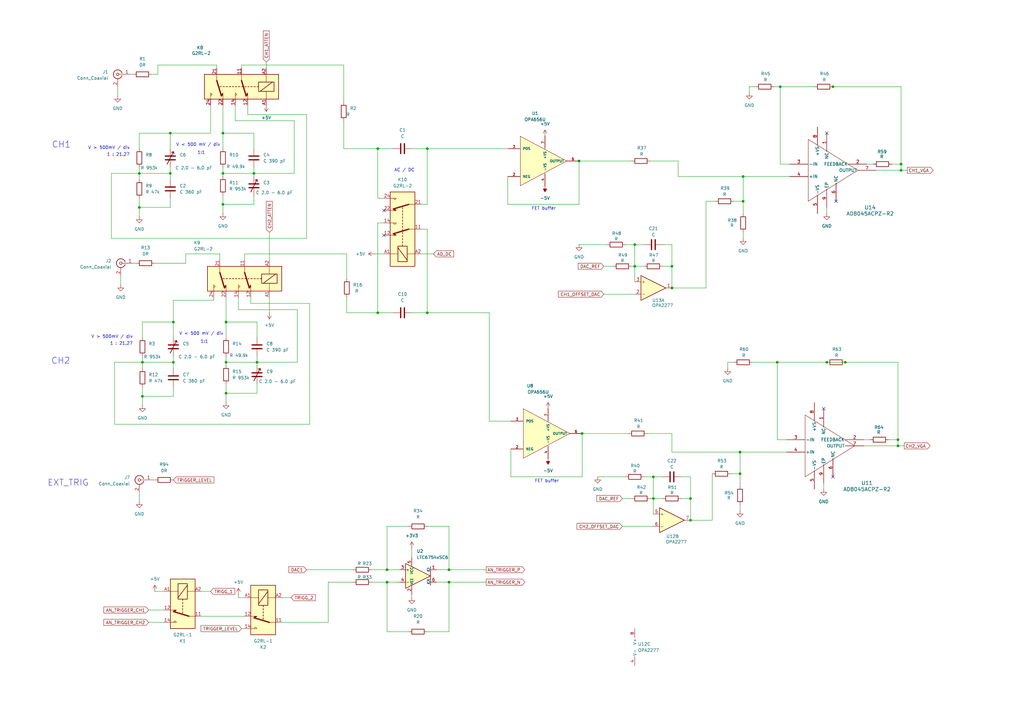
<source format=kicad_sch>
(kicad_sch (version 20250114) (generator "eeschema") (generator_version "9.0")
  (paper "A3")
  (lib_symbols
    (symbol "AD8045ACPZ-R2_1" (pin_names (offset 0.254))
      (property "Reference" "U14" (at 17.78 -15.24 0))
      (property "Value" "AD8045ACPZ-R2" (at 17.78 -17.78 0))
      (symbol "AD8045ACPZ-R2_1_0_1"
        (pin unspecified line (at -15.24 2.54 0) (length 7.62) (name "-IN") (number "3"))
        (pin unspecified line (at -15.24 -2.54 0) (length 7.62) (name "+IN") (number "4"))
        (pin power_in line (at -3.81 17.78 270) (length 7.62) (name "+VS") (number "8"))
        (pin power_in line (at -3.81 -17.78 90) (length 7.62) (name "-VS") (number "5"))
        (pin unspecified line (at 0 15.24 270) (length 7.62) (name "NC") (number "1"))
        (pin unspecified line (at 0 -15.24 90) (length 7.62) (name "EP") (number "9"))
        (pin unspecified line (at 3.81 -12.7 90) (length 7.62) (name "NC") (number "6"))
        (pin unspecified line (at 16.51 2.54 180) (length 7.62) (name "FEEDBACK") (number "2"))
        (pin unspecified line (at 16.51 0 180) (length 7.62) (name "OUTPUT") (number "7"))
      )
    )
    (symbol "AD8045ACPZ-R2_2" (pin_names (offset 0.254))
      (property "Reference" "U14" (at 17.78 -15.24 0))
      (property "Value" "AD8045ACPZ-R2" (at 17.78 -17.78 0))
      (symbol "AD8045ACPZ-R2_2_0_1"
        (pin unspecified line (at -15.24 2.54 0) (length 7.62) (name "-IN") (number "3"))
        (pin unspecified line (at -15.24 -2.54 0) (length 7.62) (name "+IN") (number "4"))
        (pin power_in line (at -3.81 17.78 270) (length 7.62) (name "+VS") (number "8"))
        (pin power_in line (at -3.81 -17.78 90) (length 7.62) (name "-VS") (number "5"))
        (pin unspecified line (at 0 15.24 270) (length 7.62) (name "NC") (number "1"))
        (pin unspecified line (at 0 -15.24 90) (length 7.62) (name "EP") (number "9"))
        (pin unspecified line (at 3.81 -12.7 90) (length 7.62) (name "NC") (number "6"))
        (pin unspecified line (at 16.51 2.54 180) (length 7.62) (name "FEEDBACK") (number "2"))
        (pin unspecified line (at 20.32 0 180) (length 7.62) (name "OUTPUT") (number "7"))
      )
    )
    (symbol "Amplifier_Operational:OPA2277" (pin_names (offset 0.127))
      (property "Reference" "U" (at 0 5.08 0))
      (property "Value" "OPA2277" (at 0 -5.08 0))
      (symbol "OPA2277_1_1"
        (pin input line (at -7.62 2.54 0) (length 2.54) (name "+") (number "3"))
        (pin input line (at -7.62 -2.54 0) (length 2.54) (name "-") (number "2"))
        (pin output line (at 7.62 0 180) (length 2.54) (name "~") (number "1"))
      )
      (symbol "OPA2277_2_1"
        (pin input line (at -7.62 2.54 0) (length 2.54) (name "+") (number "5"))
        (pin input line (at -7.62 -2.54 0) (length 2.54) (name "-") (number "6"))
        (pin output line (at 7.62 0 180) (length 2.54) (name "~") (number "7"))
      )
      (symbol "OPA2277_3_1"
        (pin power_in line (at -2.54 7.62 270) (length 3.81) (name "V+") (number "8"))
        (pin power_in line (at -2.54 -7.62 90) (length 3.81) (name "V-") (number "4"))
      )
    )
    (symbol "Comparator:LTC6754xSC6" (pin_names (offset 0.127))
      (property "Reference" "U" (at 1.27 -7.62 0))
      (property "Value" "LTC6754xSC6" (at 1.27 -5.08 0))
      (symbol "LTC6754xSC6_1_1"
        (pin input line (at -7.62 2.54 0) (length 2.54) (name "+") (number "3"))
        (pin input line (at -7.62 -2.54 0) (length 2.54) (name "-") (number "4"))
        (pin power_in line (at -2.54 7.62 270) (length 3.81) (name "VCC") (number "5"))
        (pin power_in line (at -2.54 -7.62 90) (length 3.81) (name "VEE") (number "2"))
        (pin output line (at 7.62 2.54 180) (length 2.54) (name "Q") (number "1"))
        (pin output line (at 7.62 -2.54 180) (length 2.54) (name "~{Q}") (number "6"))
      )
    )
    (symbol "Connector:Conn_Coaxial" (pin_names (offset 1.016) (hide yes))
      (property "Reference" "J" (at 0.254 3.048 0))
      (property "Value" "Conn_Coaxial" (at 2.921 0 90))
      (symbol "Conn_Coaxial_1_1"
        (pin passive line (at -5.08 0 0) (length 2.54) (name "In") (number "1"))
        (pin passive line (at 0 -5.08 90) (length 2.54) (name "Ext") (number "2"))
      )
    )
    (symbol "Device:C" (pin_numbers (hide yes)) (pin_names (offset 0.254))
      (property "Reference" "C" (at 0.635 2.54 0))
      (property "Value" "C" (at 0.635 -2.54 0))
      (symbol "C_1_1"
        (pin passive line (at 0 3.81 270) (length 2.794) (name "~") (number "1"))
        (pin passive line (at 0 -3.81 90) (length 2.794) (name "~") (number "2"))
      )
    )
    (symbol "Device:C_Variable" (pin_numbers (hide yes)) (pin_names (offset 0.254) (hide yes))
      (property "Reference" "C" (at 0.635 -1.905 0))
      (property "Value" "C_Variable" (at 0.635 -3.81 0))
      (symbol "C_Variable_1_1"
        (pin passive line (at 0 3.81 270) (length 3.048) (name "~") (number "1"))
        (pin passive line (at 0 -3.81 90) (length 3.048) (name "~") (number "2"))
      )
    )
    (symbol "Device:R" (pin_numbers (hide yes)) (pin_names (offset 0))
      (property "Reference" "R" (at 2.032 0 90))
      (property "Value" "R" (at 0 0 90))
      (symbol "R_1_1"
        (pin passive line (at 0 3.81 270) (length 1.27) (name "~") (number "1"))
        (pin passive line (at 0 -3.81 90) (length 1.27) (name "~") (number "2"))
      )
    )
    (symbol "OPA656U:OPA656U" (pin_names (offset 1.016))
      (property "Reference" "U1" (at -0.254 19.558 0))
      (property "Value" "OPA656U" (at -0.254 17.018 0))
      (symbol "OPA656U_0_0"
        (pin input line (at -11.43 5.08 0) (length 5.08) (name "POS") (number "3"))
        (pin input line (at -11.43 -6.35 0) (length 5.08) (name "NEG") (number "2"))
        (pin power_in line (at 3.81 10.16 270) (length 5.08) (name "+VS") (number "7"))
        (pin power_in line (at 3.81 -10.16 90) (length 5.08) (name "-VS") (number "4"))
        (pin output line (at 17.78 0 180) (length 5.08) (name "OUTPUT") (number "6"))
      )
    )
    (symbol "Relay:G2RL-1"
      (property "Reference" "K" (at 11.43 3.81 0))
      (property "Value" "G2RL-1" (at 11.43 1.27 0))
      (symbol "G2RL-1_1_1"
        (pin passive line (at -5.08 7.62 270) (length 2.54) (name "~") (number "A1"))
        (pin passive line (at -5.08 -7.62 90) (length 2.54) (name "~") (number "A2"))
        (pin passive line (at 2.54 7.62 270) (length 2.54) (name "~") (number "12"))
        (pin passive line (at 5.08 -7.62 90) (length 2.54) (name "~") (number "11"))
        (pin passive line (at 7.62 7.62 270) (length 2.54) (name "~") (number "14"))
      )
    )
    (symbol "Relay:G2RL-2"
      (property "Reference" "K" (at 16.51 3.81 0))
      (property "Value" "G2RL-2" (at 16.51 1.27 0))
      (symbol "G2RL-2_1_1"
        (pin passive line (at -10.16 7.62 270) (length 2.54) (name "~") (number "A1"))
        (pin passive line (at -10.16 -7.62 90) (length 2.54) (name "~") (number "A2"))
        (pin passive line (at -2.54 7.62 270) (length 2.54) (name "~") (number "12"))
        (pin passive line (at 0 -7.62 90) (length 2.54) (name "~") (number "11"))
        (pin passive line (at 2.54 7.62 270) (length 2.54) (name "~") (number "14"))
        (pin passive line (at 7.62 7.62 270) (length 2.54) (name "~") (number "22"))
        (pin passive line (at 10.16 -7.62 90) (length 2.54) (name "~") (number "21"))
        (pin passive line (at 12.7 7.62 270) (length 2.54) (name "~") (number "24"))
      )
    )
    (symbol "power:+3V3" (power) (pin_numbers (hide yes)) (pin_names (offset 0) (hide yes))
      (property "Value" "+3V3" (at 0 3.556 0))
      (symbol "+3V3_1_1"
        (pin power_in line (at 0 0 90) (length 0) (name "~") (number "1"))
      )
    )
    (symbol "power:+5V" (power) (pin_numbers (hide yes)) (pin_names (offset 0) (hide yes))
      (property "Value" "+5V" (at 0 3.556 0))
      (symbol "+5V_1_1"
        (pin power_in line (at 0 0 90) (length 0) (name "~") (number "1"))
      )
    )
    (symbol "power:-5V" (power) (pin_numbers (hide yes)) (pin_names (offset 0) (hide yes))
      (property "Value" "-5V" (at 0 3.556 0))
      (symbol "-5V_0_0"
        (pin power_in line (at 0 0 90) (length 0) (name "~") (number "1"))
      )
    )
    (symbol "power:GND" (power) (pin_numbers (hide yes)) (pin_names (offset 0) (hide yes))
      (property "Value" "GND" (at 0 -3.81 0))
      (symbol "GND_1_1"
        (pin power_in line (at 0 0 270) (length 0) (name "~") (number "1"))
      )
    )
  )
  (text "V < 500 mV / div" (at 82.55 136.906 0) (effects (font (size 1.27 1.27))))
  (text "CH2" (at 24.892 148.082 0) (effects (font (size 2.54 2.54))))
  (text "1:1" (at 83.82 140.208 0) (effects (font (size 1.27 1.27))))
  (text "1:1" (at 82.55 62.738 0) (effects (font (size 1.27 1.27))))
  (text "V < 500 mV / div" (at 81.28 59.436 0) (effects (font (size 1.27 1.27))))
  (text "CH1\n" (at 25.146 59.436 0) (effects (font (size 2.54 2.54))))
  (text "V > 500mV / div" (at 45.974 138.176 0) (effects (font (size 1.27 1.27))))
  (text "FET buffer" (at 224.282 197.358 0) (effects (font (size 1.27 1.27))))
  (text "V > 500mV / div" (at 44.704 60.706 0) (effects (font (size 1.27 1.27))))
  (text "1 : 21.27" (at 49.784 140.97 0) (effects (font (size 1.27 1.27))))
  (text "FET buffer" (at 223.012 85.598 0) (effects (font (size 1.27 1.27))))
  (text "1 : 21.27" (at 48.514 63.5 0) (effects (font (size 1.27 1.27))))
  (text "AC / DC" (at 165.862 69.85 0) (effects (font (size 1.27 1.27))))
  (text "EXT_TRIG" (at 27.94 198.12 0) (effects (font (size 2.54 2.54))))
  (junction (at 275.59 118.11))
  (junction (at 339.09 148.59))
  (junction (at 58.42 162.56))
  (junction (at 303.53 185.42))
  (junction (at 158.75 233.68))
  (junction (at 57.15 71.12))
  (junction (at 318.77 148.59))
  (junction (at 105.41 148.59))
  (junction (at 368.3 182.88))
  (junction (at 71.12 148.59))
  (junction (at 91.44 54.61))
  (junction (at 275.59 109.22))
  (junction (at 260.35 109.22))
  (junction (at 184.15 233.68))
  (junction (at 69.85 71.12))
  (junction (at 237.49 66.04))
  (junction (at 283.21 204.47))
  (junction (at 92.71 161.29))
  (junction (at 368.3 180.34))
  (junction (at 154.94 128.27))
  (junction (at 238.76 177.8))
  (junction (at 260.35 100.33))
  (junction (at 369.57 69.85))
  (junction (at 57.15 85.09))
  (junction (at 184.15 238.76))
  (junction (at 304.8 72.39))
  (junction (at 320.04 35.56))
  (junction (at 104.14 71.12))
  (junction (at 346.71 148.59))
  (junction (at 341.63 35.56))
  (junction (at 175.26 128.27))
  (junction (at 69.85 54.61))
  (junction (at 91.44 83.82))
  (junction (at 71.12 132.08))
  (junction (at 158.75 238.76))
  (junction (at 303.53 194.31))
  (junction (at 58.42 148.59))
  (junction (at 91.44 71.12))
  (junction (at 369.57 67.31))
  (junction (at 267.97 204.47))
  (junction (at 267.97 195.58))
  (junction (at 283.21 213.36))
  (junction (at 304.8 82.55))
  (junction (at 175.26 60.96))
  (junction (at 154.94 60.96))
  (junction (at 92.71 148.59))
  (junction (at 92.71 132.08))
  (no_connect (at 157.48 86.36))
  (no_connect (at 342.9 82.55))
  (no_connect (at 157.48 96.52))
  (no_connect (at 341.63 195.58))
  (no_connect (at 339.09 54.61))
  (no_connect (at 337.82 167.64))
  (wire (pts (xy 168.91 224.79) (xy 168.91 228.6)))
  (wire (pts (xy 304.8 72.39) (xy 323.85 72.39)))
  (wire (pts (xy 82.55 252.73) (xy 100.33 252.73)))
  (wire (pts (xy 177.8 104.14) (xy 172.72 104.14)))
  (wire (pts (xy 57.15 81.28) (xy 57.15 85.09)))
  (wire (pts (xy 208.28 83.82) (xy 208.28 72.39)))
  (wire (pts (xy 154.94 128.27) (xy 161.29 128.27)))
  (wire (pts (xy 76.2 104.14) (xy 90.17 104.14)))
  (wire (pts (xy 247.65 120.65) (xy 260.35 120.65)))
  (wire (pts (xy 91.44 43.18) (xy 91.44 54.61)))
  (wire (pts (xy 255.27 204.47) (xy 259.08 204.47)))
  (wire (pts (xy 58.42 148.59) (xy 46.99 148.59)))
  (wire (pts (xy 175.26 259.08) (xy 184.15 259.08)))
  (wire (pts (xy 92.71 148.59) (xy 92.71 149.86)))
  (wire (pts (xy 320.04 35.56) (xy 320.04 67.31)))
  (wire (pts (xy 92.71 148.59) (xy 105.41 148.59)))
  (wire (pts (xy 283.21 213.36) (xy 283.21 204.47)))
  (wire (pts (xy 346.71 148.59) (xy 368.3 148.59)))
  (wire (pts (xy 119.38 245.11) (xy 115.57 245.11)))
  (wire (pts (xy 300.99 82.55) (xy 304.8 82.55)))
  (wire (pts (xy 303.53 185.42) (xy 322.58 185.42)))
  (wire (pts (xy 265.43 177.8) (xy 275.59 177.8)))
  (wire (pts (xy 90.17 104.14) (xy 90.17 106.68)))
  (wire (pts (xy 275.59 109.22) (xy 271.78 109.22)))
  (wire (pts (xy 88.9 26.67) (xy 88.9 27.94)))
  (wire (pts (xy 245.11 195.58) (xy 256.54 195.58)))
  (wire (pts (xy 167.64 259.08) (xy 158.75 259.08)))
  (wire (pts (xy 63.5 107.95) (xy 76.2 107.95)))
  (wire (pts (xy 304.8 87.63) (xy 304.8 82.55)))
  (wire (pts (xy 58.42 158.75) (xy 58.42 162.56)))
  (wire (pts (xy 307.34 35.56) (xy 309.88 35.56)))
  (wire (pts (xy 275.59 100.33) (xy 275.59 109.22)))
  (wire (pts (xy 266.7 204.47) (xy 267.97 204.47)))
  (wire (pts (xy 97.79 243.84) (xy 97.79 245.11)))
  (wire (pts (xy 299.72 194.31) (xy 303.53 194.31)))
  (wire (pts (xy 45.72 97.79) (xy 125.73 97.79)))
  (wire (pts (xy 317.5 35.56) (xy 320.04 35.56)))
  (wire (pts (xy 271.78 100.33) (xy 275.59 100.33)))
  (wire (pts (xy 140.97 60.96) (xy 154.94 60.96)))
  (wire (pts (xy 142.24 104.14) (xy 142.24 114.3)))
  (wire (pts (xy 91.44 83.82) (xy 104.14 83.82)))
  (wire (pts (xy 200.66 172.72) (xy 209.55 172.72)))
  (wire (pts (xy 303.53 207.01) (xy 303.53 209.55)))
  (wire (pts (xy 255.27 215.9) (xy 267.97 215.9)))
  (wire (pts (xy 184.15 259.08) (xy 184.15 238.76)))
  (wire (pts (xy 303.53 185.42) (xy 275.59 185.42)))
  (wire (pts (xy 200.66 128.27) (xy 175.26 128.27)))
  (wire (pts (xy 298.45 148.59) (xy 298.45 151.13)))
  (wire (pts (xy 283.21 195.58) (xy 283.21 204.47)))
  (wire (pts (xy 45.72 71.12) (xy 45.72 97.79)))
  (wire (pts (xy 341.63 35.56) (xy 369.57 35.56)))
  (wire (pts (xy 260.35 100.33) (xy 260.35 109.22)))
  (wire (pts (xy 267.97 195.58) (xy 267.97 204.47)))
  (wire (pts (xy 46.99 173.99) (xy 127 173.99)))
  (wire (pts (xy 364.49 180.34) (xy 368.3 180.34)))
  (wire (pts (xy 303.53 185.42) (xy 303.53 194.31)))
  (wire (pts (xy 69.85 85.09) (xy 69.85 81.28)))
  (wire (pts (xy 57.15 71.12) (xy 57.15 73.66)))
  (wire (pts (xy 168.91 128.27) (xy 175.26 128.27)))
  (wire (pts (xy 369.57 35.56) (xy 369.57 67.31)))
  (wire (pts (xy 318.77 148.59) (xy 339.09 148.59)))
  (wire (pts (xy 99.06 26.67) (xy 140.97 26.67)))
  (wire (pts (xy 354.33 182.88) (xy 368.3 182.88)))
  (wire (pts (xy 154.94 91.44) (xy 154.94 128.27)))
  (wire (pts (xy 266.7 66.04) (xy 278.13 66.04)))
  (wire (pts (xy 96.52 49.53) (xy 120.65 49.53)))
  (wire (pts (xy 60.96 250.19) (xy 67.31 250.19)))
  (wire (pts (xy 209.55 195.58) (xy 209.55 184.15)))
  (wire (pts (xy 115.57 255.27) (xy 134.62 255.27)))
  (wire (pts (xy 96.52 43.18) (xy 96.52 49.53)))
  (wire (pts (xy 97.79 127) (xy 121.92 127)))
  (wire (pts (xy 337.82 198.12) (xy 337.82 200.66)))
  (wire (pts (xy 57.15 68.58) (xy 57.15 71.12)))
  (wire (pts (xy 237.49 100.33) (xy 248.92 100.33)))
  (wire (pts (xy 184.15 233.68) (xy 199.39 233.68)))
  (wire (pts (xy 199.39 238.76) (xy 184.15 238.76)))
  (wire (pts (xy 259.08 109.22) (xy 260.35 109.22)))
  (wire (pts (xy 69.85 68.58) (xy 69.85 71.12)))
  (wire (pts (xy 175.26 60.96) (xy 208.28 60.96)))
  (wire (pts (xy 134.62 255.27) (xy 134.62 238.76)))
  (wire (pts (xy 283.21 204.47) (xy 279.4 204.47)))
  (wire (pts (xy 237.49 66.04) (xy 259.08 66.04)))
  (wire (pts (xy 99.06 257.81) (xy 100.33 257.81)))
  (wire (pts (xy 238.76 195.58) (xy 238.76 177.8)))
  (wire (pts (xy 304.8 72.39) (xy 304.8 82.55)))
  (wire (pts (xy 121.92 127) (xy 121.92 148.59)))
  (wire (pts (xy 339.09 85.09) (xy 339.09 87.63)))
  (wire (pts (xy 365.76 67.31) (xy 369.57 67.31)))
  (wire (pts (xy 71.12 123.19) (xy 71.12 132.08)))
  (wire (pts (xy 209.55 195.58) (xy 238.76 195.58)))
  (wire (pts (xy 60.96 255.27) (xy 67.31 255.27)))
  (wire (pts (xy 320.04 35.56) (xy 334.01 35.56)))
  (wire (pts (xy 100.33 104.14) (xy 142.24 104.14)))
  (wire (pts (xy 298.45 148.59) (xy 300.99 148.59)))
  (wire (pts (xy 289.56 82.55) (xy 293.37 82.55)))
  (wire (pts (xy 48.26 35.56) (xy 48.26 39.37)))
  (wire (pts (xy 318.77 180.34) (xy 322.58 180.34)))
  (wire (pts (xy 92.71 157.48) (xy 92.71 161.29)))
  (wire (pts (xy 87.63 123.19) (xy 71.12 123.19)))
  (wire (pts (xy 102.87 124.46) (xy 127 124.46)))
  (wire (pts (xy 104.14 71.12) (xy 104.14 72.39)))
  (wire (pts (xy 92.71 132.08) (xy 92.71 138.43)))
  (wire (pts (xy 175.26 215.9) (xy 184.15 215.9)))
  (wire (pts (xy 92.71 121.92) (xy 92.71 132.08)))
  (wire (pts (xy 303.53 194.31) (xy 303.53 199.39)))
  (wire (pts (xy 260.35 109.22) (xy 264.16 109.22)))
  (wire (pts (xy 200.66 172.72) (xy 200.66 128.27)))
  (wire (pts (xy 140.97 26.67) (xy 140.97 41.91)))
  (wire (pts (xy 63.5 242.57) (xy 67.31 242.57)))
  (wire (pts (xy 158.75 238.76) (xy 163.83 238.76)))
  (wire (pts (xy 58.42 132.08) (xy 71.12 132.08)))
  (wire (pts (xy 91.44 71.12) (xy 104.14 71.12)))
  (wire (pts (xy 340.36 35.56) (xy 341.63 35.56)))
  (wire (pts (xy 58.42 148.59) (xy 58.42 151.13)))
  (wire (pts (xy 57.15 54.61) (xy 57.15 60.96)))
  (wire (pts (xy 264.16 195.58) (xy 267.97 195.58)))
  (wire (pts (xy 278.13 72.39) (xy 278.13 66.04)))
  (wire (pts (xy 57.15 71.12) (xy 69.85 71.12)))
  (wire (pts (xy 76.2 107.95) (xy 76.2 104.14)))
  (wire (pts (xy 104.14 60.96) (xy 104.14 54.61)))
  (wire (pts (xy 153.67 104.14) (xy 157.48 104.14)))
  (wire (pts (xy 356.87 180.34) (xy 354.33 180.34)))
  (wire (pts (xy 99.06 27.94) (xy 99.06 26.67)))
  (wire (pts (xy 58.42 146.05) (xy 58.42 148.59)))
  (wire (pts (xy 368.3 148.59) (xy 368.3 180.34)))
  (wire (pts (xy 58.42 162.56) (xy 71.12 162.56)))
  (wire (pts (xy 157.48 81.28) (xy 154.94 81.28)))
  (wire (pts (xy 104.14 71.12) (xy 120.65 71.12)))
  (wire (pts (xy 91.44 68.58) (xy 91.44 71.12)))
  (wire (pts (xy 71.12 132.08) (xy 71.12 138.43)))
  (wire (pts (xy 168.91 245.11) (xy 168.91 243.84)))
  (wire (pts (xy 184.15 215.9) (xy 184.15 233.68)))
  (wire (pts (xy 69.85 54.61) (xy 86.36 54.61)))
  (wire (pts (xy 158.75 259.08) (xy 158.75 238.76)))
  (wire (pts (xy 125.73 46.99) (xy 125.73 97.79)))
  (wire (pts (xy 101.6 43.18) (xy 101.6 46.99)))
  (wire (pts (xy 275.59 118.11) (xy 275.59 109.22)))
  (wire (pts (xy 57.15 54.61) (xy 69.85 54.61)))
  (wire (pts (xy 260.35 109.22) (xy 260.35 115.57)))
  (wire (pts (xy 62.23 196.85) (xy 63.5 196.85)))
  (wire (pts (xy 109.22 25.4) (xy 109.22 27.94)))
  (wire (pts (xy 105.41 138.43) (xy 105.41 132.08)))
  (wire (pts (xy 359.41 69.85) (xy 369.57 69.85)))
  (wire (pts (xy 275.59 118.11) (xy 289.56 118.11)))
  (wire (pts (xy 64.77 30.48) (xy 62.23 30.48)))
  (wire (pts (xy 208.28 83.82) (xy 237.49 83.82)))
  (wire (pts (xy 91.44 54.61) (xy 91.44 60.96)))
  (wire (pts (xy 152.4 233.68) (xy 158.75 233.68)))
  (wire (pts (xy 110.49 121.92) (xy 110.49 128.27)))
  (wire (pts (xy 105.41 132.08) (xy 92.71 132.08)))
  (wire (pts (xy 175.26 83.82) (xy 172.72 83.82)))
  (wire (pts (xy 87.63 121.92) (xy 87.63 123.19)))
  (wire (pts (xy 154.94 60.96) (xy 161.29 60.96)))
  (wire (pts (xy 58.42 132.08) (xy 58.42 138.43)))
  (wire (pts (xy 105.41 148.59) (xy 105.41 149.86)))
  (wire (pts (xy 125.73 233.68) (xy 144.78 233.68)))
  (wire (pts (xy 46.99 148.59) (xy 46.99 173.99)))
  (wire (pts (xy 134.62 238.76) (xy 144.78 238.76)))
  (wire (pts (xy 58.42 162.56) (xy 58.42 166.37)))
  (wire (pts (xy 57.15 85.09) (xy 57.15 88.9)))
  (wire (pts (xy 154.94 81.28) (xy 154.94 60.96)))
  (wire (pts (xy 127 124.46) (xy 127 173.99)))
  (wire (pts (xy 289.56 118.11) (xy 289.56 82.55)))
  (wire (pts (xy 267.97 195.58) (xy 271.78 195.58)))
  (wire (pts (xy 104.14 54.61) (xy 91.44 54.61)))
  (wire (pts (xy 58.42 148.59) (xy 71.12 148.59)))
  (wire (pts (xy 69.85 54.61) (xy 69.85 60.96)))
  (wire (pts (xy 92.71 146.05) (xy 92.71 148.59)))
  (wire (pts (xy 260.35 100.33) (xy 264.16 100.33)))
  (wire (pts (xy 275.59 185.42) (xy 275.59 177.8)))
  (wire (pts (xy 267.97 204.47) (xy 267.97 210.82)))
  (wire (pts (xy 292.1 194.31) (xy 292.1 213.36)))
  (wire (pts (xy 279.4 195.58) (xy 283.21 195.58)))
  (wire (pts (xy 54.61 107.95) (xy 55.88 107.95)))
  (wire (pts (xy 320.04 67.31) (xy 323.85 67.31)))
  (wire (pts (xy 292.1 213.36) (xy 283.21 213.36)))
  (wire (pts (xy 57.15 71.12) (xy 45.72 71.12)))
  (wire (pts (xy 152.4 238.76) (xy 158.75 238.76)))
  (wire (pts (xy 167.64 215.9) (xy 158.75 215.9)))
  (wire (pts (xy 358.14 67.31) (xy 355.6 67.31)))
  (wire (pts (xy 91.44 71.12) (xy 91.44 72.39)))
  (wire (pts (xy 179.07 233.68) (xy 184.15 233.68)))
  (wire (pts (xy 110.49 95.25) (xy 110.49 106.68)))
  (wire (pts (xy 120.65 49.53) (xy 120.65 71.12)))
  (wire (pts (xy 307.34 38.1) (xy 307.34 35.56)))
  (wire (pts (xy 100.33 106.68) (xy 100.33 104.14)))
  (wire (pts (xy 304.8 72.39) (xy 278.13 72.39)))
  (wire (pts (xy 105.41 157.48) (xy 105.41 161.29)))
  (wire (pts (xy 91.44 80.01) (xy 91.44 83.82)))
  (wire (pts (xy 86.36 242.57) (xy 82.55 242.57)))
  (wire (pts (xy 64.77 26.67) (xy 64.77 30.48)))
  (wire (pts (xy 71.12 148.59) (xy 71.12 151.13)))
  (wire (pts (xy 71.12 162.56) (xy 71.12 158.75)))
  (wire (pts (xy 97.79 245.11) (xy 100.33 245.11)))
  (wire (pts (xy 158.75 233.68) (xy 163.83 233.68)))
  (wire (pts (xy 104.14 80.01) (xy 104.14 83.82)))
  (wire (pts (xy 369.57 67.31) (xy 369.57 69.85)))
  (wire (pts (xy 92.71 161.29) (xy 105.41 161.29)))
  (wire (pts (xy 267.97 204.47) (xy 271.78 204.47)))
  (wire (pts (xy 339.09 148.59) (xy 346.71 148.59)))
  (wire (pts (xy 368.3 180.34) (xy 368.3 182.88)))
  (wire (pts (xy 308.61 148.59) (xy 318.77 148.59)))
  (wire (pts (xy 238.76 177.8) (xy 257.81 177.8)))
  (wire (pts (xy 172.72 93.98) (xy 175.26 93.98)))
  (wire (pts (xy 175.26 93.98) (xy 175.26 128.27)))
  (wire (pts (xy 97.79 121.92) (xy 97.79 127)))
  (wire (pts (xy 184.15 238.76) (xy 179.07 238.76)))
  (wire (pts (xy 372.11 69.85) (xy 369.57 69.85)))
  (wire (pts (xy 158.75 215.9) (xy 158.75 233.68)))
  (wire (pts (xy 142.24 128.27) (xy 154.94 128.27)))
  (wire (pts (xy 104.14 68.58) (xy 104.14 71.12)))
  (wire (pts (xy 175.26 60.96) (xy 175.26 83.82)))
  (wire (pts (xy 91.44 83.82) (xy 91.44 87.63)))
  (wire (pts (xy 69.85 71.12) (xy 69.85 73.66)))
  (wire (pts (xy 237.49 83.82) (xy 237.49 66.04)))
  (wire (pts (xy 105.41 148.59) (xy 121.92 148.59)))
  (wire (pts (xy 71.12 146.05) (xy 71.12 148.59)))
  (wire (pts (xy 236.22 177.8) (xy 238.76 177.8)))
  (wire (pts (xy 142.24 128.27) (xy 142.24 121.92)))
  (wire (pts (xy 86.36 54.61) (xy 86.36 43.18)))
  (wire (pts (xy 304.8 95.25) (xy 304.8 97.79)))
  (wire (pts (xy 57.15 201.93) (xy 57.15 205.74)))
  (wire (pts (xy 102.87 121.92) (xy 102.87 124.46)))
  (wire (pts (xy 53.34 30.48) (xy 54.61 30.48)))
  (wire (pts (xy 105.41 146.05) (xy 105.41 148.59)))
  (wire (pts (xy 92.71 161.29) (xy 92.71 165.1)))
  (wire (pts (xy 247.65 109.22) (xy 251.46 109.22)))
  (wire (pts (xy 318.77 148.59) (xy 318.77 180.34)))
  (wire (pts (xy 57.15 85.09) (xy 69.85 85.09)))
  (wire (pts (xy 168.91 60.96) (xy 175.26 60.96)))
  (wire (pts (xy 101.6 46.99) (xy 125.73 46.99)))
  (wire (pts (xy 157.48 91.44) (xy 154.94 91.44)))
  (wire (pts (xy 370.84 182.88) (xy 368.3 182.88)))
  (wire (pts (xy 140.97 49.53) (xy 140.97 60.96)))
  (wire (pts (xy 49.53 113.03) (xy 49.53 116.84)))
  (wire (pts (xy 64.77 26.67) (xy 88.9 26.67)))
  (wire (pts (xy 256.54 100.33) (xy 260.35 100.33)))
  (global_label "CH2_ATTEN" (shape input) (at 110.49 95.25 90) (property "Intersheetrefs" "${INTERSHEET_REFS}" (effects (hide yes))))
  (global_label "TRIGG_1" (shape input) (at 86.36 242.57 0) (property "Intersheetrefs" "${INTERSHEET_REFS}" (effects (hide yes))))
  (global_label "TRIGGER_LEVEL" (shape input) (at 71.12 196.85 0) (property "Intersheetrefs" "${INTERSHEET_REFS}" (effects (hide yes))))
  (global_label "AN_TRIGGER_CH2" (shape input) (at 60.96 255.27 180) (property "Intersheetrefs" "${INTERSHEET_REFS}" (effects (hide yes))))
  (global_label "DAC_REF" (shape input) (at 247.65 109.22 180) (property "Intersheetrefs" "${INTERSHEET_REFS}" (effects (hide yes))))
  (global_label "CH1_ATTEN" (shape input) (at 109.22 25.4 90) (property "Intersheetrefs" "${INTERSHEET_REFS}" (effects (hide yes))))
  (global_label "CH2_OFFSET_DAC" (shape input) (at 255.27 215.9 180) (property "Intersheetrefs" "${INTERSHEET_REFS}" (effects (hide yes))))
  (global_label "AN_TRIGGER_P" (shape output) (at 199.39 233.68 0) (property "Intersheetrefs" "${INTERSHEET_REFS}" (effects (hide yes))))
  (global_label "CH2_VGA" (shape output) (at 370.84 182.88 0) (property "Intersheetrefs" "${INTERSHEET_REFS}" (effects (hide yes))))
  (global_label "CH1_VGA" (shape output) (at 372.11 69.85 0) (property "Intersheetrefs" "${INTERSHEET_REFS}" (effects (hide yes))))
  (global_label "CH1_OFFSET_DAC" (shape input) (at 247.65 120.65 180) (property "Intersheetrefs" "${INTERSHEET_REFS}" (effects (hide yes))))
  (global_label "AN_TRIGGER_N" (shape output) (at 199.39 238.76 0) (property "Intersheetrefs" "${INTERSHEET_REFS}" (effects (hide yes))))
  (global_label "TRIGG_2" (shape input) (at 119.38 245.11 0) (property "Intersheetrefs" "${INTERSHEET_REFS}" (effects (hide yes))))
  (global_label "DAC_REF" (shape input) (at 255.27 204.47 180) (property "Intersheetrefs" "${INTERSHEET_REFS}" (effects (hide yes))))
  (global_label "AD_DC" (shape input) (at 177.8 104.14 0) (property "Intersheetrefs" "${INTERSHEET_REFS}" (effects (hide yes))))
  (global_label "AN_TRIGGER_CH1" (shape input) (at 60.96 250.19 180) (property "Intersheetrefs" "${INTERSHEET_REFS}" (effects (hide yes))))
  (global_label "DAC1" (shape input) (at 125.73 233.68 180) (property "Intersheetrefs" "${INTERSHEET_REFS}" (effects (hide yes))))
  (global_label "TRIGGER_LEVEL" (shape input) (at 99.06 257.81 180) (property "Intersheetrefs" "${INTERSHEET_REFS}" (effects (hide yes))))
  (symbol (lib_name "AD8045ACPZ-R2_2") (lib_id "2025-07-01_23-44-10:AD8045ACPZ-R2") (at 339.09 69.85 0) (unit 1)
    (property "Reference" "U14" (at 356.87 85.09 0) (effects (font (size 1.524 1.524))))
    (property "Value" "AD8045ACPZ-R2" (at 356.87 87.63 0) (effects (font (size 1.524 1.524))))
    (property "Footprint" "CP_8_2_ADI" (effects (hide yes)))
    (property "Datasheet" "AD8045ACPZ-R2" (effects (hide yes)))
  )
  (symbol (lib_id "Device:R") (at 261.62 177.8 90) (unit 1)
    (property "Reference" "R41" (at 263.906 172.466 90) (effects (justify left)))
    (property "Value" "R" (at 261.112 175.006 90) (effects (justify right)))
    (property "Description" "Resistor" (effects (hide yes)))
  )
  (symbol (lib_id "Device:R") (at 171.45 215.9 270) (mirror x) (unit 1)
    (property "Reference" "R34" (at 171.45 209.55 90))
    (property "Value" "R" (at 171.45 212.09 90))
    (property "Description" "Resistor" (effects (hide yes)))
  )
  (symbol (lib_id "Device:R") (at 58.42 154.94 0) (unit 1)
    (property "Reference" "R12" (at 60.96 153.6699 0) (effects (justify left)))
    (property "Value" "R 47k" (at 60.96 156.2099 0) (effects (justify left)))
    (property "Description" "Resistor" (effects (hide yes)))
  )
  (symbol (lib_id "power:GND") (at 303.53 209.55 0) (unit 1)
    (property "Reference" "#PWR043" (effects (hide yes)))
    (property "Value" "GND" (at 303.53 214.63 0))
    (property "Description" "Power symbol creates a global label with name \"GND\" , ground" (effects (hide yes)))
  )
  (symbol (lib_id "Connector:Conn_Coaxial") (at 49.53 107.95 0) (mirror y) (unit 1)
    (property "Reference" "J2" (at 45.72 106.9731 0) (effects (justify left)))
    (property "Value" "Conn_Coaxial" (at 45.72 109.5131 0) (effects (justify left)))
    (property "Footprint" "Connector_Coaxial:BNC_TEConnectivity_1478035_Horizontal" (effects (hide yes)))
    (property "Description" "coaxial connector (BNC, SMA, SMB, SMC, Cinch/RCA, LEMO, ...)" (effects (hide yes)))
  )
  (symbol (lib_id "Device:R") (at 304.8 91.44 180) (unit 1)
    (property "Reference" "R38" (at 302.26 90.424 0) (effects (justify left)))
    (property "Value" "R" (at 299.466 92.4559 0) (effects (justify right)))
    (property "Description" "Resistor" (effects (hide yes)))
  )
  (symbol (lib_id "Device:R") (at 313.69 35.56 90) (unit 1)
    (property "Reference" "R45" (at 315.976 30.226 90) (effects (justify left)))
    (property "Value" "R" (at 313.182 32.766 90) (effects (justify right)))
    (property "Description" "Resistor" (effects (hide yes)))
  )
  (symbol (lib_id "Device:R") (at 142.24 118.11 0) (unit 1)
    (property "Reference" "R16" (at 144.78 116.8399 0) (effects (justify left)))
    (property "Value" "R" (at 147.066 119.38 0) (effects (justify right)))
    (property "Description" "Resistor" (effects (hide yes)))
  )
  (symbol (lib_id "power:GND") (at 298.45 151.13 0) (unit 1)
    (property "Reference" "#PWR045" (effects (hide yes)))
    (property "Value" "GND" (at 298.45 156.21 0))
    (property "Description" "Power symbol creates a global label with name \"GND\" , ground" (effects (hide yes)))
  )
  (symbol (lib_id "power:+5V") (at 224.79 167.64 0) (unit 1)
    (property "Reference" "#PWR014" (effects (hide yes)))
    (property "Value" "+5V" (at 224.79 162.56 0))
    (property "Description" "Power symbol creates a global label with name \"+5V\"" (effects (hide yes)))
  )
  (symbol (lib_id "power:+5V") (at 97.79 243.84 0) (unit 1)
    (property "Reference" "#PWR0144" (effects (hide yes)))
    (property "Value" "+5V" (at 97.79 238.76 0))
    (property "Description" "Power symbol creates a global label with name \"+5V\"" (effects (hide yes)))
  )
  (symbol (lib_id "Connector:Conn_Coaxial") (at 57.15 196.85 0) (mirror y) (unit 1)
    (property "Reference" "J7" (at 53.34 195.8731 0) (effects (justify left)))
    (property "Value" "Conn_Coaxial" (at 53.34 198.4131 0) (effects (justify left)))
    (property "Footprint" "Connector_Coaxial:BNC_TEConnectivity_1478035_Horizontal" (effects (hide yes)))
    (property "Description" "coaxial connector (BNC, SMA, SMB, SMC, Cinch/RCA, LEMO, ...)" (effects (hide yes)))
  )
  (symbol (lib_id "Device:C") (at 104.14 64.77 0) (unit 1)
    (property "Reference" "C4" (at 107.95 63.4999 0) (effects (justify left)))
    (property "Value" "C 390 pF" (at 107.95 66.0399 0) (effects (justify left)))
    (property "Description" "Unpolarized capacitor" (effects (hide yes)))
  )
  (symbol (lib_id "Device:R") (at 295.91 194.31 270) (unit 1)
    (property "Reference" "R53" (at 294.132 188.976 90) (effects (justify left)))
    (property "Value" "R" (at 296.672 191.516 90) (effects (justify right)))
    (property "Description" "Resistor" (effects (hide yes)))
  )
  (symbol (lib_id "Device:R") (at 171.45 259.08 270) (mirror x) (unit 1)
    (property "Reference" "R20" (at 171.45 252.73 90))
    (property "Value" "R" (at 171.45 255.27 90))
    (property "Description" "Resistor" (effects (hide yes)))
  )
  (symbol (lib_id "Device:R") (at 148.59 238.76 270) (mirror x) (unit 1)
    (property "Reference" "R33" (at 150.622 236.728 90))
    (property "Value" "R" (at 147.32 236.728 90))
    (property "Description" "Resistor" (effects (hide yes)))
  )
  (symbol (lib_id "Device:R") (at 361.95 67.31 90) (unit 1)
    (property "Reference" "R59" (at 363.728 62.2301 90) (effects (justify left)))
    (property "Value" "R" (at 360.934 64.262 90) (effects (justify right)))
    (property "Description" "Resistor" (effects (hide yes)))
  )
  (symbol (lib_id "Device:R") (at 92.71 142.24 0) (unit 1)
    (property "Reference" "R14" (at 95.25 140.9699 0) (effects (justify left)))
    (property "Value" "R 49.9k" (at 101.854 145.796 0) (effects (justify right)))
    (property "Description" "Resistor" (effects (hide yes)))
  )
  (symbol (lib_id "Device:R") (at 360.68 180.34 90) (unit 1)
    (property "Reference" "R64" (at 362.458 175.2601 90) (effects (justify left)))
    (property "Value" "R" (at 359.664 177.292 90) (effects (justify right)))
    (property "Description" "Resistor" (effects (hide yes)))
  )
  (symbol (lib_id "power:-5V") (at 224.79 187.96 180) (unit 1)
    (property "Reference" "#PWR016" (effects (hide yes)))
    (property "Value" "-5V" (at 224.79 193.04 0))
    (property "Description" "Power symbol creates a global label with name \"-5V\"" (effects (hide yes)))
  )
  (symbol (lib_id "power:GND") (at 48.26 39.37 0) (unit 1)
    (property "Reference" "#PWR01" (effects (hide yes)))
    (property "Value" "GND" (at 48.26 44.45 0))
    (property "Description" "Power symbol creates a global label with name \"GND\" , ground" (effects (hide yes)))
  )
  (symbol (lib_id "OPA656U:OPA656U") (at 220.98 177.8 0) (unit 1)
    (property "Reference" "U8" (at 217.424 158.242 0))
    (property "Value" "OPA656U" (at 220.726 160.782 0))
    (property "Footprint" "OPA656U:SOIC127P599X175-8N" (effects (hide yes)))
    (property "MF" "Texas Instruments" (effects (hide yes)))
    (property "Description_1" "Wideband, Unity Gain Stable FET-Input Operational Amplifier" (effects (hide yes)))
    (property "Package" "SOIC-8 Texas Instruments" (effects (hide yes)))
    (property "Price" "None" (effects (hide yes)))
    (property "SnapEDA_Link" "https://www.snapeda.com/parts/OPA656U/Texas+Instruments/view-part/?ref=snap" (effects (hide yes)))
    (property "MP" "OPA656U" (effects (hide yes)))
    (property "Availability" "In Stock" (effects (hide yes)))
    (property "Check_prices" "https://www.snapeda.com/parts/OPA656U/Texas+Instruments/view-part/?ref=eda" (effects (hide yes)))
  )
  (symbol (lib_id "Device:R") (at 57.15 77.47 0) (unit 1)
    (property "Reference" "R9" (at 59.69 76.1999 0) (effects (justify left)))
    (property "Value" "R 47k" (at 59.69 78.7399 0) (effects (justify left)))
    (property "Description" "Resistor" (effects (hide yes)))
  )
  (symbol (lib_id "Device:R") (at 262.89 66.04 90) (unit 1)
    (property "Reference" "R37" (at 265.176 60.706 90) (effects (justify left)))
    (property "Value" "R" (at 262.382 63.246 90) (effects (justify right)))
    (property "Description" "Resistor" (effects (hide yes)))
  )
  (symbol (lib_id "Device:R") (at 262.89 204.47 270) (unit 1)
    (property "Reference" "R42" (at 261.112 199.898 90) (effects (justify left)))
    (property "Value" "R" (at 263.652 202.184 90) (effects (justify right)))
    (property "Description" "Resistor" (effects (hide yes)))
  )
  (symbol (lib_id "Device:R") (at 59.69 107.95 90) (unit 1)
    (property "Reference" "R13" (at 59.69 101.6 90))
    (property "Value" "0R" (at 59.69 104.14 90))
    (property "Description" "Resistor" (effects (hide yes)))
  )
  (symbol (lib_name "AD8045ACPZ-R2_1") (lib_id "2025-07-01_23-44-10:AD8045ACPZ-R2") (at 337.82 182.88 0) (unit 1)
    (property "Reference" "U11" (at 355.6 198.12 0) (effects (font (size 1.524 1.524))))
    (property "Value" "AD8045ACPZ-R2" (at 355.6 200.66 0) (effects (font (size 1.524 1.524))))
    (property "Footprint" "CP_8_2_ADI" (effects (hide yes)))
    (property "Datasheet" "AD8045ACPZ-R2" (effects (hide yes)))
  )
  (symbol (lib_id "power:+3V3") (at 168.91 224.79 0) (unit 1)
    (property "Reference" "#PWR034" (effects (hide yes)))
    (property "Value" "+3V3" (at 168.91 219.71 0))
    (property "Description" "Power symbol creates a global label with name \"+3V3\"" (effects (hide yes)))
  )
  (symbol (lib_id "Device:R") (at 252.73 100.33 270) (unit 1)
    (property "Reference" "R48" (at 250.952 95.758 90) (effects (justify left)))
    (property "Value" "R" (at 253.492 98.044 90) (effects (justify right)))
    (property "Description" "Resistor" (effects (hide yes)))
  )
  (symbol (lib_id "Device:R") (at 91.44 64.77 0) (unit 1)
    (property "Reference" "R10" (at 93.98 63.4999 0) (effects (justify left)))
    (property "Value" "R 49.9k" (at 100.584 68.326 0) (effects (justify right)))
    (property "Description" "Resistor" (effects (hide yes)))
  )
  (symbol (lib_id "Device:R") (at 297.18 82.55 270) (unit 1)
    (property "Reference" "R39" (at 295.402 77.216 90) (effects (justify left)))
    (property "Value" "R" (at 297.942 79.756 90) (effects (justify right)))
    (property "Description" "Resistor" (effects (hide yes)))
  )
  (symbol (lib_id "Device:C") (at 69.85 77.47 0) (unit 1)
    (property "Reference" "C2" (at 73.66 76.1999 0) (effects (justify left)))
    (property "Value" "C 360 pF" (at 73.66 78.7399 0) (effects (justify left)))
    (property "Description" "Unpolarized capacitor" (effects (hide yes)))
  )
  (symbol (lib_id "Device:C") (at 165.1 60.96 90) (unit 1)
    (property "Reference" "C1" (at 165.1 53.34 90))
    (property "Value" "C" (at 165.1 55.88 90))
    (property "Description" "Unpolarized capacitor" (effects (hide yes)))
  )
  (symbol (lib_id "power:GND") (at 57.15 205.74 0) (unit 1)
    (property "Reference" "#PWR0117" (effects (hide yes)))
    (property "Value" "GND" (at 57.15 210.82 0))
    (property "Description" "Power symbol creates a global label with name \"GND\" , ground" (effects (hide yes)))
  )
  (symbol (lib_id "Device:C") (at 267.97 100.33 90) (unit 1)
    (property "Reference" "C21" (at 267.97 93.726 90))
    (property "Value" "C" (at 267.97 96.266 90))
    (property "Description" "Unpolarized capacitor" (effects (hide yes)))
  )
  (symbol (lib_id "Device:R") (at 91.44 76.2 0) (unit 1)
    (property "Reference" "R11" (at 93.98 74.9299 0) (effects (justify left)))
    (property "Value" "R 953k" (at 93.98 77.4699 0) (effects (justify left)))
    (property "Description" "Resistor" (effects (hide yes)))
  )
  (symbol (lib_id "Relay:G2RL-1") (at 74.93 247.65 90) (mirror x) (unit 1)
    (property "Reference" "K1" (at 74.93 262.89 90))
    (property "Value" "G2RL-1" (at 74.93 260.35 90))
    (property "Footprint" "Relay_THT:Relay_SPDT_Omron_G2RL-1" (effects (hide yes)))
    (property "Datasheet" "https://omronfs.omron.com/en_US/ecb/products/pdf/en-g2rl.pdf" (effects (hide yes)))
    (property "Description" "General Purpose Low Profile Relay SPDT Through Hole, Omron G2RL series, 12A 250VAC" (effects (hide yes)))
  )
  (symbol (lib_id "Device:R") (at 92.71 153.67 0) (unit 1)
    (property "Reference" "R15" (at 95.25 152.3999 0) (effects (justify left)))
    (property "Value" "R 953k" (at 95.25 154.9399 0) (effects (justify left)))
    (property "Description" "Resistor" (effects (hide yes)))
  )
  (symbol (lib_id "Device:R") (at 140.97 45.72 0) (unit 1)
    (property "Reference" "R2" (at 143.51 44.4499 0) (effects (justify left)))
    (property "Value" "R" (at 143.51 46.9899 0) (effects (justify right)))
    (property "Description" "Resistor" (effects (hide yes)))
  )
  (symbol (lib_id "Device:R") (at 57.15 64.77 0) (unit 1)
    (property "Reference" "R8" (at 59.69 63.4999 0) (effects (justify left)))
    (property "Value" "R 953k" (at 64.77 68.834 0) (effects (justify right)))
    (property "Description" "Resistor" (effects (hide yes)))
  )
  (symbol (lib_id "power:GND") (at 339.09 87.63 0) (unit 1)
    (property "Reference" "#PWR044" (effects (hide yes)))
    (property "Value" "GND" (at 339.09 92.71 0))
    (property "Description" "Power symbol creates a global label with name \"GND\" , ground" (effects (hide yes)))
  )
  (symbol (lib_id "power:GND") (at 58.42 166.37 0) (unit 1)
    (property "Reference" "#PWR03" (effects (hide yes)))
    (property "Value" "GND" (at 58.42 171.45 0))
    (property "Description" "Power symbol creates a global label with name \"GND\" , ground" (effects (hide yes)))
  )
  (symbol (lib_id "Connector:Conn_Coaxial") (at 48.26 30.48 0) (mirror y) (unit 1)
    (property "Reference" "J1" (at 44.45 29.5031 0) (effects (justify left)))
    (property "Value" "Conn_Coaxial" (at 44.45 32.0431 0) (effects (justify left)))
    (property "Footprint" "Connector_Coaxial:BNC_TEConnectivity_1478035_Horizontal" (effects (hide yes)))
    (property "Description" "coaxial connector (BNC, SMA, SMB, SMC, Cinch/RCA, LEMO, ...)" (effects (hide yes)))
  )
  (symbol (lib_id "Relay:G2RL-1") (at 107.95 250.19 90) (mirror x) (unit 1)
    (property "Reference" "K2" (at 107.95 265.43 90))
    (property "Value" "G2RL-1" (at 107.95 262.89 90))
    (property "Footprint" "Relay_THT:Relay_SPDT_Omron_G2RL-1" (effects (hide yes)))
    (property "Datasheet" "https://omronfs.omron.com/en_US/ecb/products/pdf/en-g2rl.pdf" (effects (hide yes)))
    (property "Description" "General Purpose Low Profile Relay SPDT Through Hole, Omron G2RL series, 12A 250VAC" (effects (hide yes)))
  )
  (symbol (lib_id "power:-5V") (at 223.52 76.2 180) (unit 1)
    (property "Reference" "#PWR015" (effects (hide yes)))
    (property "Value" "-5V" (at 223.52 81.28 0))
    (property "Description" "Power symbol creates a global label with name \"-5V\"" (effects (hide yes)))
  )
  (symbol (lib_id "Relay:G2RL-2") (at 99.06 35.56 180) (unit 1)
    (property "Reference" "K8" (at 82.042 19.558 0))
    (property "Value" "G2RL-2" (at 82.55 21.844 0))
    (property "Footprint" "Relay_THT:Relay_DPDT_Omron_G2RL-2" (effects (hide yes)))
    (property "Datasheet" "https://omronfs.omron.com/en_US/ecb/products/pdf/en-g2rl.pdf" (effects (hide yes)))
    (property "Description" "General Purpose Low Profile Relay DPDT Through Hole, Omron G2RL series, 8A 250VAC" (effects (hide yes)))
  )
  (symbol (lib_id "Device:C_Variable") (at 104.14 76.2 0) (unit 1)
    (property "Reference" "C3" (at 107.95 74.9299 0) (effects (justify left)))
    (property "Value" "C 2.0 - 6.0 pF" (at 104.902 78.994 0) (effects (justify left)))
    (property "Description" "Variable capacitor" (effects (hide yes)))
  )
  (symbol (lib_id "Device:R") (at 337.82 35.56 90) (unit 1)
    (property "Reference" "R46" (at 340.106 30.226 90) (effects (justify left)))
    (property "Value" "R" (at 337.312 32.766 90) (effects (justify right)))
    (property "Description" "Resistor" (effects (hide yes)))
  )
  (symbol (lib_id "power:GND") (at 245.11 195.58 0) (unit 1)
    (property "Reference" "#PWR039" (effects (hide yes)))
    (property "Value" "GND" (at 245.11 200.66 0))
    (property "Description" "Power symbol creates a global label with name \"GND\" , ground" (effects (hide yes)))
  )
  (symbol (lib_id "Device:R") (at 148.59 233.68 270) (mirror x) (unit 1)
    (property "Reference" "R23" (at 150.622 231.14 90))
    (property "Value" "R" (at 147.32 231.14 90))
    (property "Description" "Resistor" (effects (hide yes)))
  )
  (symbol (lib_id "Device:C") (at 71.12 154.94 0) (unit 1)
    (property "Reference" "C7" (at 74.93 153.6699 0) (effects (justify left)))
    (property "Value" "C 360 pF" (at 74.93 156.2099 0) (effects (justify left)))
    (property "Description" "Unpolarized capacitor" (effects (hide yes)))
  )
  (symbol (lib_id "power:GND") (at 304.8 97.79 0) (unit 1)
    (property "Reference" "#PWR038" (effects (hide yes)))
    (property "Value" "GND" (at 304.8 102.87 0))
    (property "Description" "Power symbol creates a global label with name \"GND\" , ground" (effects (hide yes)))
  )
  (symbol (lib_id "power:GND") (at 168.91 245.11 0) (unit 1)
    (property "Reference" "#PWR035" (effects (hide yes)))
    (property "Value" "GND" (at 168.91 250.19 0))
    (property "Description" "Power symbol creates a global label with name \"GND\" , ground" (effects (hide yes)))
  )
  (symbol (lib_id "Device:R") (at 342.9 148.59 90) (unit 1)
    (property "Reference" "R63" (at 345.186 143.256 90) (effects (justify left)))
    (property "Value" "R" (at 342.392 145.796 90) (effects (justify right)))
    (property "Description" "Resistor" (effects (hide yes)))
  )
  (symbol (lib_id "Relay:G2RL-2") (at 100.33 114.3 180) (unit 1)
    (property "Reference" "K9" (at 79.502 99.568 0) (effects (justify right)))
    (property "Value" "G2RL-2" (at 79.502 102.108 0) (effects (justify right)))
    (property "Footprint" "Relay_THT:Relay_DPDT_Omron_G2RL-2" (effects (hide yes)))
    (property "Datasheet" "https://omronfs.omron.com/en_US/ecb/products/pdf/en-g2rl.pdf" (effects (hide yes)))
    (property "Description" "General Purpose Low Profile Relay DPDT Through Hole, Omron G2RL series, 8A 250VAC" (effects (hide yes)))
  )
  (symbol (lib_id "power:+5V") (at 109.22 43.18 180) (unit 1)
    (property "Reference" "#PWR0150" (effects (hide yes)))
    (property "Value" "+5V" (at 109.22 48.26 0))
    (property "Description" "Power symbol creates a global label with name \"+5V\"" (effects (hide yes)))
  )
  (symbol (lib_id "Device:C") (at 165.1 128.27 90) (unit 1)
    (property "Reference" "C10" (at 165.1 120.65 90))
    (property "Value" "C" (at 165.1 123.19 90))
    (property "Description" "Unpolarized capacitor" (effects (hide yes)))
  )
  (symbol (lib_id "Device:C_Variable") (at 105.41 153.67 0) (unit 1)
    (property "Reference" "C9" (at 109.22 152.3999 0) (effects (justify left)))
    (property "Value" "C 2.0 - 6.0 pF" (at 106.172 156.464 0) (effects (justify left)))
    (property "Description" "Variable capacitor" (effects (hide yes)))
  )
  (symbol (lib_id "Device:R") (at 304.8 148.59 90) (unit 1)
    (property "Reference" "R60" (at 307.086 143.256 90) (effects (justify left)))
    (property "Value" "R" (at 304.292 145.796 90) (effects (justify right)))
    (property "Description" "Resistor" (effects (hide yes)))
  )
  (symbol (lib_id "power:+5V") (at 63.5 242.57 0) (unit 1)
    (property "Reference" "#PWR0143" (effects (hide yes)))
    (property "Value" "+5V" (at 63.5 237.49 0))
    (property "Description" "Power symbol creates a global label with name \"+5V\"" (effects (hide yes)))
  )
  (symbol (lib_id "Device:R") (at 275.59 204.47 270) (unit 1)
    (property "Reference" "R51" (at 273.812 199.898 90) (effects (justify left)))
    (property "Value" "R" (at 276.352 202.184 90) (effects (justify right)))
    (property "Description" "Resistor" (effects (hide yes)))
  )
  (symbol (lib_id "Device:R") (at 67.31 196.85 90) (unit 1)
    (property "Reference" "R94" (at 67.31 190.5 90))
    (property "Value" "0R" (at 67.31 193.04 90))
    (property "Description" "Resistor" (effects (hide yes)))
  )
  (symbol (lib_id "Device:R") (at 58.42 142.24 0) (unit 1)
    (property "Reference" "R3" (at 60.96 140.9699 0) (effects (justify left)))
    (property "Value" "R 953k" (at 66.04 146.304 0) (effects (justify right)))
    (property "Description" "Resistor" (effects (hide yes)))
  )
  (symbol (lib_id "power:+5V") (at 223.52 55.88 0) (unit 1)
    (property "Reference" "#PWR013" (effects (hide yes)))
    (property "Value" "+5V" (at 223.52 50.8 0))
    (property "Description" "Power symbol creates a global label with name \"+5V\"" (effects (hide yes)))
  )
  (symbol (lib_id "power:GND") (at 307.34 38.1 0) (unit 1)
    (property "Reference" "#PWR040" (effects (hide yes)))
    (property "Value" "GND" (at 307.34 43.18 0))
    (property "Description" "Power symbol creates a global label with name \"GND\" , ground" (effects (hide yes)))
  )
  (symbol (lib_id "Device:R") (at 260.35 195.58 270) (unit 1)
    (property "Reference" "R40" (at 258.572 191.008 90) (effects (justify left)))
    (property "Value" "R" (at 261.112 193.294 90) (effects (justify right)))
    (property "Description" "Resistor" (effects (hide yes)))
  )
  (symbol (lib_id "Device:C") (at 275.59 195.58 90) (unit 1)
    (property "Reference" "C22" (at 275.59 188.976 90))
    (property "Value" "C" (at 275.59 191.516 90))
    (property "Description" "Unpolarized capacitor" (effects (hide yes)))
  )
  (symbol (lib_id "Amplifier_Operational:OPA2277") (at 262.89 265.43 0) (unit 3)
    (property "Reference" "U12" (at 261.62 264.1599 0) (effects (justify left)))
    (property "Value" "OPA2277" (at 261.62 266.6999 0) (effects (justify left)))
    (property "Datasheet" "https://www.ti.com/lit/ds/symlink/opa2277.pdf" (effects (hide yes)))
    (property "Description" "Dual High Precision Operational Amplifiers, DIP-8/SOIC-8" (effects (hide yes)))
  )
  (symbol (lib_id "Device:R") (at 58.42 30.48 90) (unit 1)
    (property "Reference" "R1" (at 58.42 24.13 90))
    (property "Value" "0R" (at 58.42 26.67 90))
    (property "Description" "Resistor" (effects (hide yes)))
  )
  (symbol (lib_id "power:GND") (at 91.44 87.63 0) (unit 1)
    (property "Reference" "#PWR05" (effects (hide yes)))
    (property "Value" "GND" (at 91.44 92.71 0))
    (property "Description" "Power symbol creates a global label with name \"GND\" , ground" (effects (hide yes)))
  )
  (symbol (lib_id "power:GND") (at 337.82 200.66 0) (unit 1)
    (property "Reference" "#PWR046" (effects (hide yes)))
    (property "Value" "GND" (at 337.82 205.74 0))
    (property "Description" "Power symbol creates a global label with name \"GND\" , ground" (effects (hide yes)))
  )
  (symbol (lib_id "OPA656U:OPA656U") (at 219.71 66.04 0) (unit 1)
    (property "Reference" "U1" (at 219.456 46.482 0))
    (property "Value" "OPA656U" (at 219.456 49.022 0))
    (property "Footprint" "OPA656U:SOIC127P599X175-8N" (effects (hide yes)))
    (property "MF" "Texas Instruments" (effects (hide yes)))
    (property "Description_1" "Wideband, Unity Gain Stable FET-Input Operational Amplifier" (effects (hide yes)))
    (property "Package" "SOIC-8 Texas Instruments" (effects (hide yes)))
    (property "Price" "None" (effects (hide yes)))
    (property "SnapEDA_Link" "https://www.snapeda.com/parts/OPA656U/Texas+Instruments/view-part/?ref=snap" (effects (hide yes)))
    (property "MP" "OPA656U" (effects (hide yes)))
    (property "Availability" "In Stock" (effects (hide yes)))
    (property "Check_prices" "https://www.snapeda.com/parts/OPA656U/Texas+Instruments/view-part/?ref=eda" (effects (hide yes)))
  )
  (symbol (lib_id "Relay:G2RL-2") (at 165.1 93.98 90) (unit 1)
    (property "Reference" "K10" (at 165.1 73.66 90))
    (property "Value" "G2RL-2" (at 165.1 76.2 90))
    (property "Footprint" "Relay_THT:Relay_DPDT_Omron_G2RL-2" (effects (hide yes)))
    (property "Datasheet" "https://omronfs.omron.com/en_US/ecb/products/pdf/en-g2rl.pdf" (effects (hide yes)))
    (property "Description" "General Purpose Low Profile Relay DPDT Through Hole, Omron G2RL series, 8A 250VAC" (effects (hide yes)))
  )
  (symbol (lib_id "Device:C_Variable") (at 69.85 64.77 0) (unit 1)
    (property "Reference" "C6" (at 73.66 63.4999 0) (effects (justify left)))
    (property "Value" "C 2.0 - 6.0 pF" (at 71.882 68.834 0) (effects (justify left)))
    (property "Description" "Variable capacitor" (effects (hide yes)))
  )
  (symbol (lib_id "Device:C_Variable") (at 71.12 142.24 0) (unit 1)
    (property "Reference" "C5" (at 74.93 140.9699 0) (effects (justify left)))
    (property "Value" "C 2.0 - 6.0 pF" (at 73.152 146.304 0) (effects (justify left)))
    (property "Description" "Variable capacitor" (effects (hide yes)))
  )
  (symbol (lib_id "power:+5V") (at 153.67 104.14 90) (unit 1)
    (property "Reference" "#PWR0146" (effects (hide yes)))
    (property "Value" "+5V" (at 149.86 104.1399 90) (effects (justify left)))
    (property "Description" "Power symbol creates a global label with name \"+5V\"" (effects (hide yes)))
  )
  (symbol (lib_id "power:+5V") (at 110.49 128.27 180) (unit 1)
    (property "Reference" "#PWR0145" (effects (hide yes)))
    (property "Value" "+5V" (at 110.49 133.35 0))
    (property "Description" "Power symbol creates a global label with name \"+5V\"" (effects (hide yes)))
  )
  (symbol (lib_id "power:GND") (at 49.53 116.84 0) (unit 1)
    (property "Reference" "#PWR02" (effects (hide yes)))
    (property "Value" "GND" (at 49.53 121.92 0))
    (property "Description" "Power symbol creates a global label with name \"GND\" , ground" (effects (hide yes)))
  )
  (symbol (lib_id "Device:C") (at 105.41 142.24 0) (unit 1)
    (property "Reference" "C8" (at 109.22 140.9699 0) (effects (justify left)))
    (property "Value" "C 390 pF" (at 109.22 143.5099 0) (effects (justify left)))
    (property "Description" "Unpolarized capacitor" (effects (hide yes)))
  )
  (symbol (lib_id "Device:R") (at 303.53 203.2 180) (unit 1)
    (property "Reference" "R54" (at 300.99 202.184 0) (effects (justify left)))
    (property "Value" "R" (at 298.196 204.2159 0) (effects (justify right)))
    (property "Description" "Resistor" (effects (hide yes)))
  )
  (symbol (lib_id "Amplifier_Operational:OPA2277") (at 267.97 118.11 0) (unit 1)
    (property "Reference" "U13" (at 270.002 123.19 0))
    (property "Value" "OPA2277" (at 271.78 125.222 0))
    (property "Datasheet" "https://www.ti.com/lit/ds/symlink/opa2277.pdf" (effects (hide yes)))
    (property "Description" "Dual High Precision Operational Amplifiers, DIP-8/SOIC-8" (effects (hide yes)))
  )
  (symbol (lib_id "Device:R") (at 267.97 109.22 270) (unit 1)
    (property "Reference" "R47" (at 266.192 104.648 90) (effects (justify left)))
    (property "Value" "R" (at 268.732 106.934 90) (effects (justify right)))
    (property "Description" "Resistor" (effects (hide yes)))
  )
  (symbol (lib_id "power:GND") (at 237.49 100.33 0) (unit 1)
    (property "Reference" "#PWR041" (effects (hide yes)))
    (property "Value" "GND" (at 237.49 105.41 0))
    (property "Description" "Power symbol creates a global label with name \"GND\" , ground" (effects (hide yes)))
  )
  (symbol (lib_id "Amplifier_Operational:OPA2277") (at 275.59 213.36 0) (unit 2)
    (property "Reference" "U12" (at 275.844 219.964 0))
    (property "Value" "OPA2277" (at 277.368 222.25 0))
    (property "Datasheet" "https://www.ti.com/lit/ds/symlink/opa2277.pdf" (effects (hide yes)))
    (property "Description" "Dual High Precision Operational Amplifiers, DIP-8/SOIC-8" (effects (hide yes)))
  )
  (symbol (lib_id "power:GND") (at 92.71 165.1 0) (unit 1)
    (property "Reference" "#PWR06" (effects (hide yes)))
    (property "Value" "GND" (at 92.71 170.18 0))
    (property "Description" "Power symbol creates a global label with name \"GND\" , ground" (effects (hide yes)))
  )
  (symbol (lib_id "power:GND") (at 57.15 88.9 0) (unit 1)
    (property "Reference" "#PWR04" (effects (hide yes)))
    (property "Value" "GND" (at 57.15 93.98 0))
    (property "Description" "Power symbol creates a global label with name \"GND\" , ground" (effects (hide yes)))
  )
  (symbol (lib_id "Comparator:LTC6754xSC6") (at 171.45 236.22 0) (unit 1)
    (property "Reference" "U2" (at 170.8786 226.06 0) (effects (justify left)))
    (property "Value" "LTC6754xSC6" (at 170.8786 228.6 0) (effects (justify left)))
    (property "Footprint" "Package_TO_SOT_SMD:SOT-363_SC-70-6" (effects (hide yes)))
    (property "Datasheet" "https://www.analog.com/media/en/technical-documentation/data-sheets/6754f.pdf" (effects (hide yes)))
    (property "Description" "Single High Speed Rail-to-Rail Input Comparator with LVDS Compatible Outputs, SC-70-6" (effects (hide yes)))
  )
  (symbol (lib_id "Device:R") (at 255.27 109.22 270) (unit 1)
    (property "Reference" "R49" (at 253.492 104.648 90) (effects (justify left)))
    (property "Value" "R" (at 256.032 106.934 90) (effects (justify right)))
    (property "Description" "Resistor" (effects (hide yes)))
  )
)
</source>
